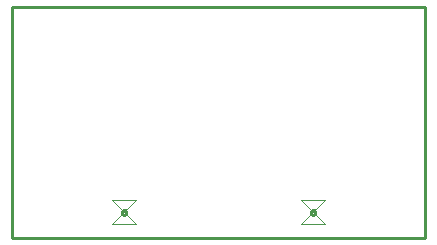
<source format=gko>
G04 EAGLE Gerber RS-274X export*
G75*
%MOMM*%
%FSLAX34Y34*%
%LPD*%
%IN*%
%IPPOS*%
%AMOC8*
5,1,8,0,0,1.08239X$1,22.5*%
G01*
%ADD10C,0.076200*%
%ADD11C,0.000000*%
%ADD12C,0.025400*%
%ADD13C,0.254000*%


D10*
X0Y0D02*
X0Y195000D01*
X350000Y195000D01*
X350000Y0D01*
X0Y0D01*
D11*
X93009Y21427D02*
X93011Y21516D01*
X93017Y21605D01*
X93027Y21694D01*
X93041Y21782D01*
X93058Y21869D01*
X93080Y21955D01*
X93106Y22041D01*
X93135Y22125D01*
X93168Y22208D01*
X93204Y22289D01*
X93245Y22369D01*
X93288Y22446D01*
X93335Y22522D01*
X93386Y22595D01*
X93439Y22666D01*
X93496Y22735D01*
X93556Y22801D01*
X93619Y22865D01*
X93684Y22925D01*
X93752Y22983D01*
X93823Y23037D01*
X93896Y23088D01*
X93971Y23136D01*
X94048Y23181D01*
X94127Y23222D01*
X94208Y23259D01*
X94290Y23293D01*
X94374Y23324D01*
X94459Y23350D01*
X94545Y23373D01*
X94632Y23391D01*
X94720Y23406D01*
X94809Y23417D01*
X94898Y23424D01*
X94987Y23427D01*
X95076Y23426D01*
X95165Y23421D01*
X95253Y23412D01*
X95342Y23399D01*
X95429Y23382D01*
X95516Y23362D01*
X95602Y23337D01*
X95686Y23309D01*
X95769Y23277D01*
X95851Y23241D01*
X95931Y23202D01*
X96009Y23159D01*
X96085Y23113D01*
X96159Y23063D01*
X96231Y23010D01*
X96300Y22954D01*
X96367Y22895D01*
X96431Y22833D01*
X96492Y22769D01*
X96551Y22701D01*
X96606Y22631D01*
X96658Y22559D01*
X96707Y22484D01*
X96752Y22408D01*
X96794Y22329D01*
X96832Y22249D01*
X96867Y22167D01*
X96898Y22083D01*
X96926Y21998D01*
X96949Y21912D01*
X96969Y21825D01*
X96985Y21738D01*
X96997Y21649D01*
X97005Y21561D01*
X97009Y21472D01*
X97009Y21382D01*
X97005Y21293D01*
X96997Y21205D01*
X96985Y21116D01*
X96969Y21029D01*
X96949Y20942D01*
X96926Y20856D01*
X96898Y20771D01*
X96867Y20687D01*
X96832Y20605D01*
X96794Y20525D01*
X96752Y20446D01*
X96707Y20370D01*
X96658Y20295D01*
X96606Y20223D01*
X96551Y20153D01*
X96492Y20085D01*
X96431Y20021D01*
X96367Y19959D01*
X96300Y19900D01*
X96231Y19844D01*
X96159Y19791D01*
X96085Y19741D01*
X96009Y19695D01*
X95931Y19652D01*
X95851Y19613D01*
X95769Y19577D01*
X95686Y19545D01*
X95602Y19517D01*
X95516Y19492D01*
X95429Y19472D01*
X95342Y19455D01*
X95253Y19442D01*
X95165Y19433D01*
X95076Y19428D01*
X94987Y19427D01*
X94898Y19430D01*
X94809Y19437D01*
X94720Y19448D01*
X94632Y19463D01*
X94545Y19481D01*
X94459Y19504D01*
X94374Y19530D01*
X94290Y19561D01*
X94208Y19595D01*
X94127Y19632D01*
X94048Y19673D01*
X93971Y19718D01*
X93896Y19766D01*
X93823Y19817D01*
X93752Y19871D01*
X93684Y19929D01*
X93619Y19989D01*
X93556Y20053D01*
X93496Y20119D01*
X93439Y20188D01*
X93386Y20259D01*
X93335Y20332D01*
X93288Y20408D01*
X93245Y20485D01*
X93204Y20565D01*
X93168Y20646D01*
X93135Y20729D01*
X93106Y20813D01*
X93080Y20899D01*
X93058Y20985D01*
X93041Y21072D01*
X93027Y21160D01*
X93017Y21249D01*
X93011Y21338D01*
X93009Y21427D01*
D12*
X84849Y11267D02*
X105169Y31587D01*
X84849Y31587D01*
X105169Y11267D01*
X84849Y11267D01*
D11*
X253009Y21427D02*
X253011Y21516D01*
X253017Y21605D01*
X253027Y21694D01*
X253041Y21782D01*
X253058Y21869D01*
X253080Y21955D01*
X253106Y22041D01*
X253135Y22125D01*
X253168Y22208D01*
X253204Y22289D01*
X253245Y22369D01*
X253288Y22446D01*
X253335Y22522D01*
X253386Y22595D01*
X253439Y22666D01*
X253496Y22735D01*
X253556Y22801D01*
X253619Y22865D01*
X253684Y22925D01*
X253752Y22983D01*
X253823Y23037D01*
X253896Y23088D01*
X253971Y23136D01*
X254048Y23181D01*
X254127Y23222D01*
X254208Y23259D01*
X254290Y23293D01*
X254374Y23324D01*
X254459Y23350D01*
X254545Y23373D01*
X254632Y23391D01*
X254720Y23406D01*
X254809Y23417D01*
X254898Y23424D01*
X254987Y23427D01*
X255076Y23426D01*
X255165Y23421D01*
X255253Y23412D01*
X255342Y23399D01*
X255429Y23382D01*
X255516Y23362D01*
X255602Y23337D01*
X255686Y23309D01*
X255769Y23277D01*
X255851Y23241D01*
X255931Y23202D01*
X256009Y23159D01*
X256085Y23113D01*
X256159Y23063D01*
X256231Y23010D01*
X256300Y22954D01*
X256367Y22895D01*
X256431Y22833D01*
X256492Y22769D01*
X256551Y22701D01*
X256606Y22631D01*
X256658Y22559D01*
X256707Y22484D01*
X256752Y22408D01*
X256794Y22329D01*
X256832Y22249D01*
X256867Y22167D01*
X256898Y22083D01*
X256926Y21998D01*
X256949Y21912D01*
X256969Y21825D01*
X256985Y21738D01*
X256997Y21649D01*
X257005Y21561D01*
X257009Y21472D01*
X257009Y21382D01*
X257005Y21293D01*
X256997Y21205D01*
X256985Y21116D01*
X256969Y21029D01*
X256949Y20942D01*
X256926Y20856D01*
X256898Y20771D01*
X256867Y20687D01*
X256832Y20605D01*
X256794Y20525D01*
X256752Y20446D01*
X256707Y20370D01*
X256658Y20295D01*
X256606Y20223D01*
X256551Y20153D01*
X256492Y20085D01*
X256431Y20021D01*
X256367Y19959D01*
X256300Y19900D01*
X256231Y19844D01*
X256159Y19791D01*
X256085Y19741D01*
X256009Y19695D01*
X255931Y19652D01*
X255851Y19613D01*
X255769Y19577D01*
X255686Y19545D01*
X255602Y19517D01*
X255516Y19492D01*
X255429Y19472D01*
X255342Y19455D01*
X255253Y19442D01*
X255165Y19433D01*
X255076Y19428D01*
X254987Y19427D01*
X254898Y19430D01*
X254809Y19437D01*
X254720Y19448D01*
X254632Y19463D01*
X254545Y19481D01*
X254459Y19504D01*
X254374Y19530D01*
X254290Y19561D01*
X254208Y19595D01*
X254127Y19632D01*
X254048Y19673D01*
X253971Y19718D01*
X253896Y19766D01*
X253823Y19817D01*
X253752Y19871D01*
X253684Y19929D01*
X253619Y19989D01*
X253556Y20053D01*
X253496Y20119D01*
X253439Y20188D01*
X253386Y20259D01*
X253335Y20332D01*
X253288Y20408D01*
X253245Y20485D01*
X253204Y20565D01*
X253168Y20646D01*
X253135Y20729D01*
X253106Y20813D01*
X253080Y20899D01*
X253058Y20985D01*
X253041Y21072D01*
X253027Y21160D01*
X253017Y21249D01*
X253011Y21338D01*
X253009Y21427D01*
D12*
X244849Y11267D02*
X265169Y31587D01*
X244849Y31587D01*
X265169Y11267D01*
X244849Y11267D01*
D13*
X0Y0D02*
X350000Y0D01*
X350000Y195000D01*
X0Y195000D01*
X0Y0D01*
X97009Y21230D02*
X96932Y20844D01*
X96781Y20480D01*
X96563Y20152D01*
X96284Y19874D01*
X95956Y19655D01*
X95592Y19504D01*
X95206Y19427D01*
X94812Y19427D01*
X94426Y19504D01*
X94062Y19655D01*
X93734Y19874D01*
X93456Y20152D01*
X93237Y20480D01*
X93086Y20844D01*
X93009Y21230D01*
X93009Y21624D01*
X93086Y22011D01*
X93237Y22375D01*
X93456Y22702D01*
X93734Y22981D01*
X94062Y23200D01*
X94426Y23351D01*
X94812Y23427D01*
X95206Y23427D01*
X95592Y23351D01*
X95956Y23200D01*
X96284Y22981D01*
X96563Y22702D01*
X96781Y22375D01*
X96932Y22011D01*
X97009Y21624D01*
X97009Y21230D01*
X257009Y21230D02*
X256932Y20844D01*
X256781Y20480D01*
X256563Y20152D01*
X256284Y19874D01*
X255956Y19655D01*
X255592Y19504D01*
X255206Y19427D01*
X254812Y19427D01*
X254426Y19504D01*
X254062Y19655D01*
X253734Y19874D01*
X253456Y20152D01*
X253237Y20480D01*
X253086Y20844D01*
X253009Y21230D01*
X253009Y21624D01*
X253086Y22011D01*
X253237Y22375D01*
X253456Y22702D01*
X253734Y22981D01*
X254062Y23200D01*
X254426Y23351D01*
X254812Y23427D01*
X255206Y23427D01*
X255592Y23351D01*
X255956Y23200D01*
X256284Y22981D01*
X256563Y22702D01*
X256781Y22375D01*
X256932Y22011D01*
X257009Y21624D01*
X257009Y21230D01*
M02*

</source>
